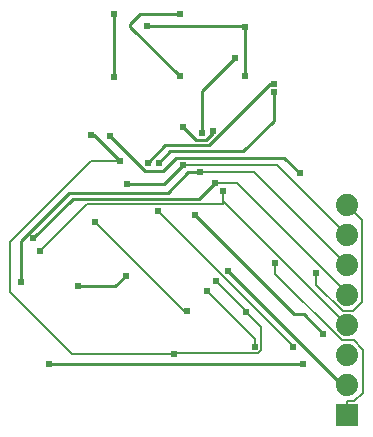
<source format=gbl>
G04 Layer: BottomLayer*
G04 EasyEDA v6.5.42, 2024-03-17 19:56:20*
G04 22851bfb20aa482085f49a562fa88950,7084cd4cda9a42c7a5f6ba31724bf8e5,10*
G04 Gerber Generator version 0.2*
G04 Scale: 100 percent, Rotated: No, Reflected: No *
G04 Dimensions in millimeters *
G04 leading zeros omitted , absolute positions ,4 integer and 5 decimal *
%FSLAX45Y45*%
%MOMM*%

%ADD10C,0.2540*%
%ADD11C,0.2032*%
%ADD12R,1.8796X1.8796*%
%ADD13C,1.8796*%
%ADD14C,0.6096*%

%LPD*%
D10*
X8409940Y6256020D02*
G01*
X9382759Y5283200D01*
X9423400Y5283200D01*
X8130540Y6723379D02*
G01*
X8968740Y5885179D01*
X9055100Y5885179D01*
X9220200Y5720079D01*
D11*
X8370315Y6844284D02*
G01*
X8370315Y6819900D01*
X7220711Y6819900D01*
X6819645Y6418834D01*
D10*
X8299704Y6996429D02*
G01*
X8168893Y6865620D01*
X7099300Y6865620D01*
X6761479Y6527800D01*
X6758940Y6527800D01*
X8003540Y8427720D02*
G01*
X7670800Y8427720D01*
X7584440Y8341360D01*
X7584440Y8321039D01*
X8006079Y7899400D01*
X8285479Y7439660D02*
G01*
X8285479Y7416800D01*
X8229600Y7360920D01*
X8140700Y7360920D01*
X8034020Y7467600D01*
X9019540Y7078979D02*
G01*
X8887459Y7211060D01*
X7973059Y7211060D01*
X7861300Y7099300D01*
X7708900Y7099300D01*
X7411720Y7396479D01*
X8176259Y7086600D02*
G01*
X8077200Y7086600D01*
X7901942Y6911342D01*
X7063742Y6911342D01*
X6662414Y6510020D01*
X6662414Y6156957D01*
D11*
X7955279Y5552439D02*
G01*
X7094222Y5552439D01*
X6568442Y6078220D01*
X6568442Y6497320D01*
X7256523Y7185403D01*
X7500614Y7185403D01*
X9156191Y6237731D02*
G01*
X9156191Y6137910D01*
X9383268Y5910834D01*
X9469881Y5910834D01*
X9547859Y5988812D01*
X9547859Y6682739D01*
X9423400Y6807200D01*
D10*
X7147559Y6126479D02*
G01*
X7459979Y6126479D01*
X7546340Y6212839D01*
X7559042Y6987542D02*
G01*
X7874002Y6987542D01*
X8034020Y7147560D01*
X7825742Y7170420D02*
G01*
X7919714Y7264400D01*
X8544557Y7264400D01*
X8806179Y7526022D01*
X8806179Y7764779D01*
X7734300Y7170420D02*
G01*
X7879085Y7315200D01*
X8249914Y7315200D01*
X8773154Y7838439D01*
X8806179Y7838439D01*
X8194040Y7419339D02*
G01*
X8194040Y7774939D01*
X8470900Y8051800D01*
X7444740Y8427720D02*
G01*
X7444740Y7894320D01*
X7724140Y8323579D02*
G01*
X8554720Y8323579D01*
X8559800Y8318500D01*
X8559800Y8318500D02*
G01*
X8559800Y7899400D01*
X7256779Y7406639D02*
G01*
X7279386Y7406639D01*
X7500620Y7185405D01*
D11*
X8315959Y6169660D02*
G01*
X8569957Y5915662D01*
X8569957Y5905500D01*
X7955279Y5552439D02*
G01*
X7957563Y5554723D01*
X8663942Y5554723D01*
X8696708Y5587745D01*
X8696708Y5778754D01*
X8569957Y5905500D01*
X8961120Y5605779D02*
G01*
X8961120Y5613394D01*
X7818114Y6756400D01*
X8239252Y6080505D02*
G01*
X8640572Y5679439D01*
X8640572Y5610860D01*
X9423400Y6553200D02*
G01*
X8829040Y7147560D01*
X8034020Y7147560D01*
X9423400Y6299200D02*
G01*
X8636000Y7086600D01*
X8176259Y7086600D01*
X9423400Y6045200D02*
G01*
X9423400Y6065012D01*
X8491981Y6996429D01*
X8299704Y6996429D01*
X9423400Y5791200D02*
G01*
X8370315Y6844284D01*
X8370315Y6844284D02*
G01*
X8370315Y6926326D01*
X9423400Y5148834D02*
G01*
X9483343Y5148834D01*
X9557765Y5223255D01*
X9557765Y5586476D01*
X9480041Y5664200D01*
X9375140Y5664200D01*
X8808465Y6230620D01*
X8808465Y6323076D01*
X9423400Y5029200D02*
G01*
X9423400Y5148834D01*
X7289291Y6665721D02*
G01*
X8037829Y5917184D01*
X8068056Y5917184D01*
D10*
X6900672Y5464302D02*
G01*
X9052559Y5463539D01*
D12*
G01*
X9423400Y5029200D03*
D13*
G01*
X9423400Y5283200D03*
G01*
X9423400Y5537200D03*
G01*
X9423400Y5791200D03*
G01*
X9423400Y6045200D03*
G01*
X9423400Y6299200D03*
G01*
X9423400Y6553200D03*
G01*
X9423400Y6807200D03*
D14*
G01*
X9220200Y5720079D03*
G01*
X8130540Y6723379D03*
G01*
X8409940Y6256020D03*
G01*
X8034020Y7467600D03*
G01*
X8285479Y7439660D03*
G01*
X7411720Y7396479D03*
G01*
X9019540Y7078979D03*
G01*
X6662420Y6156960D03*
G01*
X6761479Y6527800D03*
G01*
X7546340Y6212839D03*
G01*
X7147559Y6126479D03*
G01*
X7559040Y6987539D03*
G01*
X7825740Y7170420D03*
G01*
X7734300Y7170420D03*
G01*
X8806179Y7838439D03*
G01*
X8806179Y7764779D03*
G01*
X8470900Y8051800D03*
G01*
X8194040Y7419339D03*
G01*
X7444740Y7894320D03*
G01*
X7444740Y8427720D03*
G01*
X8006079Y7899400D03*
G01*
X8003540Y8427720D03*
G01*
X7724140Y8323579D03*
G01*
X8559800Y8318500D03*
G01*
X8559800Y7899400D03*
G01*
X7256779Y7406639D03*
G01*
X8569959Y5905500D03*
G01*
X8315959Y6169660D03*
G01*
X7500620Y7185405D03*
G01*
X7955279Y5552439D03*
G01*
X8961120Y5605779D03*
G01*
X7818120Y6756400D03*
G01*
X8239252Y6080505D03*
G01*
X8640572Y5610860D03*
G01*
X8034020Y7147560D03*
G01*
X8176259Y7086600D03*
G01*
X8299704Y6996429D03*
G01*
X8370315Y6926326D03*
G01*
X6819645Y6418834D03*
G01*
X8808465Y6323076D03*
G01*
X7289291Y6665721D03*
G01*
X8068056Y5917184D03*
G01*
X9156191Y6237731D03*
G01*
X6900672Y5464225D03*
G01*
X9052559Y5463539D03*
M02*

</source>
